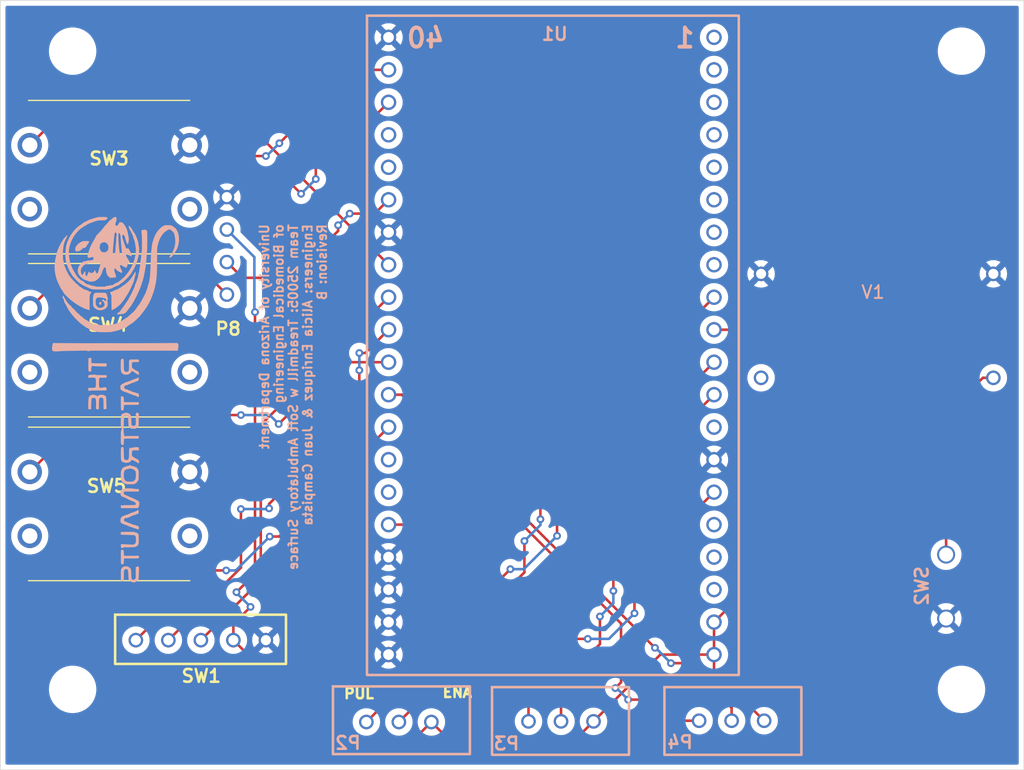
<source format=kicad_pcb>
(kicad_pcb (version 20240108) (generator "pcbnew") (generator_version "8.0")
  (layers (0 "F.Cu" signal "TOP") (31 "B.Cu" signal "BOTTOM") (34 "B.Paste" user) (35 "F.Paste" user) (36 "B.SilkS" user "B.Silkscreen") (37 "F.SilkS" user "F.Silkscreen") (38 "B.Mask" user) (39 "F.Mask" user) (44 "Edge.Cuts" user))
  (net 0 "")
  (net 1 "DIRM1")
  (net 2 "PULM1")
  (net 3 "PULM2")
  (net 4 "DIRM2")
  (net 5 "DIRM3")
  (net 6 "PULM3")
  (net 7 "5V_LCD")
  (net 8 "GND")
  (net 9 "SDA")
  (net 10 "SDL")
  (net 11 "ROT_SW")
  (net 12 "ROT_CLK")
  (net 13 "ROT_DT")
  (net 14 "ER_SW")
  (net 15 "Net-(U1-IO19)")
  (net 30 "3.3V_ERLED")
  (net 31 "HAR_UP_SW")
  (net 32 "HAR_DOWN_SW")
  (net 34 "+24V")
  (footprint "25005 Footprints:3PIN_F_CONN_MOTORS" (layer "F.Cu") (at 160.04 137.65)
    (property "Reference" "P4" (at -4.03 1.69 0) (layer "B.SilkS") (effects (font (thickness 0.2) (bold yes)) (justify mirror)))
    (property "Value" "~" (hide yes))
    (pad "1" thru_hole circle (at -2.54 0) (size 1.14 1.14) (drill 0.79) (layers "*.Cu" "*.Mask") (net 6 "PULM3"))
    (pad "2" thru_hole circle (at 0 0) (size 1.14 1.14) (drill 0.79) (layers "*.Cu" "*.Mask") (net 5 "DIRM3"))
    (pad "4" thru_hole circle (at 2.54 0) (size 1.14 1.14) (drill 0.79) (layers "*.Cu" "*.Mask") (net 7 "5V_LCD"))
  )
  (footprint "25005 Footprints:SPST_SW" (layer "F.Cu") (at 111.2 106.5)
    (property "Reference" "SW4" (at 0.1 0.2 0) (layer "F.SilkS") (effects (font (thickness 0.2) (bold yes))))
    (property "Value" "SW_SPST" (hide yes))
    (pad "1" thru_hole circle (at -6 -1.1) (size 1.9 1.9) (drill 1.2) (layers "*.Cu" "*.Mask") (net 31 "HAR_UP_SW"))
    (pad "2" thru_hole circle (at 6.5 -1.1) (size 1.9 1.9) (drill 1.2) (layers "*.Cu" "*.Mask") (net 8 "GND"))
    (pad "3" thru_hole circle (at -6 3.9) (size 1.9 1.9) (drill 1.2) (layers "*.Cu" "*.Mask"))
    (pad "4" thru_hole circle (at 6.5 3.9) (size 1.9 1.9) (drill 1.2) (layers "*.Cu" "*.Mask"))
  )
  (footprint "25005 Footprints:3PIN_F_CONN_MOTORS" (layer "F.Cu") (at 134.04 137.75)
    (property "Reference" "P2" (at -3.98 1.64 0) (layer "B.SilkS") (effects (font (thickness 0.2) (bold yes)) (justify mirror)))
    (property "Value" "~" (hide yes))
    (pad "1" thru_hole circle (at -2.54 0) (size 1.14 1.14) (drill 0.79) (layers "*.Cu" "*.Mask") (net 2 "PULM1"))
    (pad "2" thru_hole circle (at 0 0) (size 1.14 1.14) (drill 0.79) (layers "*.Cu" "*.Mask") (net 1 "DIRM1"))
    (pad "4" thru_hole circle (at 2.54 0) (size 1.14 1.14) (drill 0.79) (layers "*.Cu" "*.Mask") (net 7 "5V_LCD"))
  )
  (footprint "25005 Footprints:logo" (layer "F.Cu") (at 110.65 127.75)
    (property "Reference" "G***" (hide yes))
    (property "Value" "LOGO" (hide yes))
  )
  (footprint "MountingHole:MountingHole_3.2mm_M3" (layer "F.Cu") (at 178 135.2)
    (property "Reference" "REF**" (hide yes))
    (property "Value" "MountingHole_3.2mm_M3" (hide yes))
    (pad "" np_thru_hole circle (at 0 0) (size 3.2 3.2) (drill 3.2) (layers "*.Cu" "*.Mask"))
  )
  (footprint "MountingHole:MountingHole_3.2mm_M3" (layer "F.Cu") (at 108.55 85.3)
    (property "Reference" "REF**" (hide yes))
    (property "Value" "MountingHole_3.2mm_M3" (hide yes))
    (pad "" np_thru_hole circle (at 0 0) (size 3.2 3.2) (drill 3.2) (layers "*.Cu" "*.Mask"))
  )
  (footprint "25005 Footprints:logo" (layer "F.Cu") (at 131.6 134.38)
    (property "Reference" "G***" (hide yes))
    (property "Value" "LOGO" (hide yes))
  )
  (footprint "25005 Footprints:3PIN_F_CONN_MOTORS" (layer "F.Cu") (at 146.71 137.7)
    (property "Reference" "P3" (at -4.26 1.74 0) (layer "B.SilkS") (effects (font (thickness 0.2) (bold yes)) (justify mirror)))
    (property "Value" "~" (hide yes))
    (pad "1" thru_hole circle (at -2.54 0) (size 1.14 1.14) (drill 0.79) (layers "*.Cu" "*.Mask") (net 3 "PULM2"))
    (pad "2" thru_hole circle (at 0 0) (size 1.14 1.14) (drill 0.79) (layers "*.Cu" "*.Mask") (net 4 "DIRM2"))
    (pad "4" thru_hole circle (at 2.54 0) (size 1.14 1.14) (drill 0.79) (layers "*.Cu" "*.Mask") (net 7 "5V_LCD"))
  )
  (footprint "25005 Footprints:ER_BUTTON" (layer "F.Cu") (at 176.8 127.16 -90)
    (property "Reference" "SW2" (at -0.05 1.9 90) (layer "B.SilkS") (effects (font (thickness 0.2) (bold yes)) (justify mirror)))
    (property "Value" "ER_SWPUSH_SPST" (hide yes))
    (pad "1" thru_hole circle (at -2.5 0 90) (size 1.4 1.4) (drill 1.1) (layers "*.Cu" "*.Mask") (net 14 "ER_SW"))
    (pad "2" thru_hole circle (at 2.5 0 90) (size 1.4 1.4) (drill 1.1) (layers "*.Cu" "*.Mask") (net 8 "GND"))
  )
  (footprint "MountingHole:MountingHole_3.2mm_M3" (layer "F.Cu") (at 178 85.3)
    (property "Reference" "REF**" (hide yes))
    (property "Value" "MountingHole_3.2mm_M3" (hide yes))
    (pad "" np_thru_hole circle (at 0 0) (size 3.2 3.2) (drill 3.2) (layers "*.Cu" "*.Mask"))
  )
  (footprint "25005 Footprints:logo" (layer "F.Cu") (at 105.3 130.4)
    (property "Reference" "G***" (hide yes))
    (property "Value" "LOGO" (hide yes))
  )
  (footprint "25005 Footprints:SPST_SW" (layer "F.Cu") (at 111.2 119.3)
    (property "Reference" "SW5" (hide yes))
    (property "Value" "SW_SPST" (hide yes))
    (pad "1" thru_hole circle (at -6 -1.1) (size 1.9 1.9) (drill 1.2) (layers "*.Cu" "*.Mask") (net 32 "HAR_DOWN_SW"))
    (pad "2" thru_hole circle (at 6.5 -1.1) (size 1.9 1.9) (drill 1.2) (layers "*.Cu" "*.Mask" "B.Paste") (net 8 "GND"))
    (pad "3" thru_hole circle (at -6 3.9) (size 1.9 1.9) (drill 1.2) (layers "*.Cu" "*.Mask"))
    (pad "4" thru_hole circle (at 6.5 3.9) (size 1.9 1.9) (drill 1.2) (layers "*.Cu" "*.Mask"))
  )
  (footprint "25005 Footprints:5PIN_F_CONN" (layer "F.Cu") (at 118.59 131.35)
    (property "Reference" "SW1" (at 0.01 2.8 0) (layer "F.SilkS") (effects (font (thickness 0.2) (bold yes))))
    (property "Value" "ROTARY_ENCODER" (hide yes))
    (pad "1" thru_hole circle (at -5.1 0) (size 1.14 1.14) (drill 0.79) (layers "*.Cu" "*.Mask") (net 12 "ROT_CLK"))
    (pad "2" thru_hole circle (at -2.56 0) (size 1.14 1.14) (drill 0.79) (layers "*.Cu" "*.Mask") (net 13 "ROT_DT"))
    (pad "3" thru_hole circle (at -0.02 0) (size 1.14 1.14) (drill 0.79) (layers "*.Cu" "*.Mask") (net 11 "ROT_SW"))
    (pad "4" thru_hole circle (at 2.52 0) (size 1.14 1.14) (drill 0.79) (layers "*.Cu" "*.Mask") (net 7 "5V_LCD"))
    (pad "5" thru_hole circle (at 5.06 0) (size 1.14 1.14) (drill 0.79) (layers "*.Cu" "*.Mask") (net 8 "GND"))
  )
  (footprint "25005 Footprints:SPST_SW" (layer "F.Cu") (at 111.2 93.75)
    (property "Reference" "SW3" (at 0.2 -0.05 0) (layer "F.SilkS") (effects (font (thickness 0.2) (bold yes))))
    (property "Value" "SW_SPST" (hide yes))
    (pad "1" thru_hole circle (at -6 -1.1) (size 1.9 1.9) (drill 1.2) (layers "*.Cu" "*.Mask") (net 15 "Net-(U1-IO19)"))
    (pad "2" thru_hole circle (at 6.5 -1.1) (size 1.9 1.9) (drill 1.2) (layers "*.Cu" "*.Mask") (net 8 "GND"))
    (pad "3" thru_hole circle (at -6 3.9) (size 1.9 1.9) (drill 1.2) (layers "*.Cu" "*.Mask"))
    (pad "4" thru_hole circle (at 6.5 3.9) (size 1.9 1.9) (drill 1.2) (layers "*.Cu" "*.Mask"))
  )
  (footprint "25005 Footprints:logo" (layer "F.Cu") (at 113.3 127.85)
    (property "Reference" "G***" (hide yes))
    (property "Value" "LOGO" (hide yes))
  )
  (footprint "25005 Footprints:logo" (layer "F.Cu") (at 107.35 128.8)
    (property "Reference" "G***" (hide yes))
    (property "Value" "LOGO" (hide yes))
  )
  (footprint "25005 Footprints:BUCK_CONV" (layer "F.Cu") (at 171.09 106.74)
    (property "Reference" "V1" (at 0 -2.6 0) (layer "B.SilkS"))
    (property "Value" "~")
    (pad "1" thru_hole circle (at -8.748 -4.028 90) (size 1.14 1.14) (drill 0.79) (layers "*.Cu" "*.Mask") (net 8 "GND"))
    (pad "2" thru_hole circle (at -8.748 4.1 90) (size 1.14 1.14) (drill 0.79) (layers "*.Cu" "*.Mask") (net 34 "+24V"))
    (pad "3" thru_hole circle (at 9.4 -4.028 90) (size 1.14 1.14) (drill 0.79) (layers "*.Cu" "*.Mask") (net 8 "GND"))
    (pad "4" thru_hole circle (at 9.4 4.1 90) (size 1.14 1.14) (drill 0.79) (layers "*.Cu" "*.Mask") (net 7 "5V_LCD"))
  )
  (footprint "MountingHole:MountingHole_3.2mm_M3" (layer "F.Cu") (at 108.55 135.2)
    (property "Reference" "REF**" (hide yes))
    (property "Value" "MountingHole_3.2mm_M3" (hide yes))
    (pad "" np_thru_hole circle (at 0 0) (size 3.2 3.2) (drill 3.2) (layers "*.Cu" "*.Mask"))
  )
  (footprint "25005 Footprints:4PIN_F_CONN_LCD" (layer "F.Cu") (at 120.6 100.65 -90)
    (property "Reference" "P8" (hide yes))
    (property "Value" "~" (hide yes))
    (fp_text user "${REFERENCE}" (at 6.36 -0.1 0) (layer "F.SilkS") (effects (font (thickness 0.2) (bold yes))))
    (pad "1" thru_hole circle (at -3.94 0 270) (size 1.14 1.14) (drill 0.79) (layers "*.Cu" "*.Mask") (net 8 "GND"))
    (pad "2" thru_hole circle (at -1.4 0 270) (size 1.14 1.14) (drill 0.79) (layers "*.Cu" "*.Mask") (net 7 "5V_LCD"))
    (pad "3" thru_hole circle (at 1.14 0 270) (size 1.14 1.14) (drill 0.79) (layers "*.Cu" "*.Mask") (net 9 "SDA"))
    (pad "4" thru_hole circle (at 3.68 0 270) (size 1.14 1.14) (drill 0.79) (layers "*.Cu" "*.Mask") (net 10 "SDL"))
  )
  (footprint "25005 Footprints:logo" (layer "F.Cu") (at 112.169862 112.997757 90)
    (property "Reference" "G***" (hide yes))
    (property "Value" "LOGO" (hide yes))
  )
  (footprint "25005 Footprints:ESP32_WROOM_32E" (layer "B.Cu") (at 145.735 114.01 180)
    (property "Reference" "U1" (at -0.48 30.05 0) (layer "B.SilkS") (effects (font (thickness 0.2) (bold yes)) (justify mirror)))
    (property "Value" "~")
    (pad "1" thru_hole circle (at -12.93 29.79 180) (size 1.2 1.2) (drill 0.84) (layers "*.Cu" "*.Mask"))
    (pad "2" thru_hole circle (at -12.93 27.25 180) (size 1.2 1.2) (drill 0.84) (layers "*.Cu" "*.Mask"))
    (pad "3" thru_hole circle (at -12.93 24.71 180) (size 1.2 1.2) (drill 0.84) (layers "*.Cu" "*.Mask"))
    (pad "4" thru_hole circle (at -12.93 22.17 180) (size 1.2 1.2) (drill 0.84) (layers "*.Cu" "*.Mask"))
    (pad "5" thru_hole circle (at -12.93 19.63 180) (size 1.2 1.2) (drill 0.84) (layers "*.Cu" "*.Mask"))
    (pad "6" thru_hole circle (at -12.93 17.09 180) (size 1.2 1.2) (drill 0.84) (layers "*.Cu" "*.Mask"))
    (pad "7" thru_hole circle (at -12.93 14.55 180) (size 1.2 1.2) (drill 0.84) (layers "*.Cu" "*.Mask"))
    (pad "8" thru_hole circle (at -12.93 12.01 180) (size 1.2 1.2) (drill 0.84) (layers "*.Cu" "*.Mask"))
    (pad "9" thru_hole circle (at -12.93 9.47 180) (size 1.2 1.2) (drill 0.84) (layers "*.Cu" "*.Mask") (net 1 "DIRM1"))
    (pad "10" thru_hole circle (at -12.93 6.93 180) (size 1.2 1.2) (drill 0.84) (layers "*.Cu" "*.Mask") (net 14 "ER_SW"))
    (pad "11" thru_hole circle (at -12.93 4.39 180) (size 1.2 1.2) (drill 0.84) (layers "*.Cu" "*.Mask") (net 2 "PULM1"))
    (pad "12" thru_hole circle (at -12.93 1.85 180) (size 1.2 1.2) (drill 0.84) (layers "*.Cu" "*.Mask") (net 4 "DIRM2"))
    (pad "13" thru_hole circle (at -12.93 -0.69 180) (size 1.2 1.2) (drill 0.84) (layers "*.Cu" "*.Mask"))
    (pad "14" thru_hole circle (at -12.93 -3.23 180) (size 1.2 1.2) (drill 0.84) (layers "*.Cu" "*.Mask") (net 8 "GND"))
    (pad "15" thru_hole circle (at -12.93 -5.77 180) (size 1.2 1.2) (drill 0.84) (layers "*.Cu" "*.Mask") (net 3 "PULM2"))
    (pad "16" thru_hole circle (at -12.93 -8.31 180) (size 1.2 1.2) (drill 0.84) (layers "*.Cu" "*.Mask"))
    (pad "17" thru_hole circle (at -12.93 -10.85 180) (size 1.2 1.2) (drill 0.84) (layers "*.Cu" "*.Mask") (net 30 "3.3V_ERLED"))
    (pad "18" thru_hole circle (at -12.93 -13.39 180) (size 1.2 1.2) (drill 0.84) (layers "*.Cu" "*.Mask"))
    (pad "19" thru_hole circle (at -12.93 -15.93 180) (size 1.2 1.2) (drill 0.84) (layers "*.Cu" "*.Mask") (net 7 "5V_LCD"))
    (pad "20" thru_hole circle (at -12.93 -18.47 180) (size 1.2 1.2) (drill 0.84) (layers "*.Cu" "*.Mask") (net 7 "5V_LCD"))
    (pad "21" thru_hole circle (at 12.5 -18.47 180) (size 1.2 1.2) (drill 0.84) (layers "*.Cu" "*.Mask") (net 8 "GND"))
    (pad "22" thru_hole circle (at 12.5 -15.93 180) (size 1.2 1.2) (drill 0.84) (layers "*.Cu" "*.Mask") (net 8 "GND"))
    (pad "23" thru_hole circle (at 12.5 -13.39 180) (size 1.2 1.2) (drill 0.84) (layers "*.Cu" "*.Mask") (net 8 "GND"))
    (pad "24" thru_hole circle (at 12.5 -10.85 180) (size 1.2 1.2) (drill 0.84) (layers "*.Cu" "*.Mask") (net 8 "GND"))
    (pad "25" thru_hole circle (at 12.5 -8.31 180) (size 1.2 1.2) (drill 0.84) (layers "*.Cu" "*.Mask") (net 6 "PULM3"))
    (pad "26" thru_hole circle (at 12.5 -5.77 180) (size 1.2 1.2) (drill 0.84) (layers "*.Cu" "*.Mask"))
    (pad "27" thru_hole circle (at 12.5 -3.23 180) (size 1.2 1.2) (drill 0.84) (layers "*.Cu" "*.Mask"))
    (pad "28" thru_hole circle (at 12.5 -0.69 180) (size 1.2 1.2) (drill 0.84) (layers "*.Cu" "*.Mask") (net 12 "ROT_CLK"))
    (pad "29" thru_hole circle (at 12.5 1.85 180) (size 1.2 1.2) (drill 0.84) (layers "*.Cu" "*.Mask") (net 5 "DIRM3"))
    (pad "30" thru_hole circle (at 12.5 4.39 180) (size 1.2 1.2) (drill 0.84) (layers "*.Cu" "*.Mask") (net 32 "HAR_DOWN_SW"))
    (pad "31" thru_hole circle (at 12.5 6.93 180) (size 1.2 1.2) (drill 0.84) (layers "*.Cu" "*.Mask") (net 13 "ROT_DT"))
    (pad "32" thru_hole circle (at 12.5 9.47 180) (size 1.2 1.2) (drill 0.84) (layers "*.Cu" "*.Mask") (net 11 "ROT_SW"))
    (pad "33" thru_hole circle (at 12.5 12.01 180) (size 1.2 1.2) (drill 0.84) (layers "*.Cu" "*.Mask") (net 15 "Net-(U1-IO19)"))
    (pad "34" thru_hole circle (at 12.5 14.55 180) (size 1.2 1.2) (drill 0.84) (layers "*.Cu" "*.Mask") (net 8 "GND"))
    (pad "35" thru_hole circle (at 12.5 17.09 180) (size 1.2 1.2) (drill 0.84) (layers "*.Cu" "*.Mask") (net 9 "SDA"))
    (pad "36" thru_hole circle (at 12.5 19.63 180) (size 1.2 1.2) (drill 0.84) (layers "*.Cu" "*.Mask"))
    (pad "37" thru_hole circle (at 12.5 22.17 180) (size 1.2 1.2) (drill 0.84) (layers "*.Cu" "*.Mask"))
    (pad "38" thru_hole circle (at 12.5 24.71 180) (size 1.2 1.2) (drill 0.84) (layers "*.Cu" "*.Mask") (net 10 "SDL"))
    (pad "39" thru_hole circle (at 12.5 27.25 180) (size 1.2 1.2) (drill 0.84) (layers "*.Cu" "*.Mask") (net 31 "HAR_UP_SW"))
    (pad "40" thru_hole circle (at 12.5 29.79 180) (size 1.2 1.2) (drill 0.84) (layers "*.Cu" "*.Mask") (net 8 "GND"))
  )
  (gr_rect (start 141.32 135.025) (end 152.02 140.315) (stroke (width 0.2)) (fill none) (layer "B.SilkS"))
  (gr_rect (start 154.79 135.025) (end 165.49 140.315) (stroke (width 0.2)) (fill none) (layer "B.SilkS"))
  (gr_rect (start 131.55 82.525) (end 160.6 134.075) (stroke (width 0.2)) (fill none) (layer "B.SilkS"))
  (gr_rect (start 128.89 134.97) (end 139.59 140.26) (stroke (width 0.2)) (fill none) (layer "B.SilkS"))
  (gr_rect (start 111.87 129.36) (end 125.22 133.21) (stroke (width 0.2)) (fill none) (layer "F.SilkS"))
  (gr_rect (start 102.9 81.35) (end 182.874 141.49) (stroke (width 0.05)) (fill none) (layer "Edge.Cuts"))
  (gr_text "40" (at 137.75 85.15 0) (layer "B.SilkS") (effects (font (size 1.5 1.5) (thickness 0.3) (bold yes)) (justify left bottom mirror)))
  (gr_text "University of Arizona Department \nof Biomedical Engineering\nTeam 25005: Treadmill w Soft Ambulatory Surface\nEngineers: Alicia Enriquez & Juan Campista\nRevision: B" (at 128.45 98.75 90) (layer "B.SilkS") (effects (font (size 0.7 0.7) (thickness 0.15) (bold yes)) (justify left bottom mirror)))
  (gr_text "1" (at 157.3 85.15 0) (layer "B.SilkS") (effects (font (size 1.5 1.5) (thickness 0.3) (bold yes)) (justify left bottom mirror)))
  (gr_text "ENA" (at 137.35 135.9 0) (layer "F.SilkS") (effects (font (size 0.8 0.8) (thickness 0.2) (bold yes)) (justify left bottom)))
  (gr_text "SW5\n" (at 111.2 119.3 0) (layer "F.SilkS") (effects (font (size 1 1) (thickness 0.2) (bold yes))))
  (gr_text "PUL" (at 129.65 136 0) (layer "F.SilkS") (effects (font (size 0.8 0.8) (thickness 0.2) (bold yes)) (justify left bottom)))
  (segment (start 136.17 133.73) (end 143.85 126.05) (width 0.2) (layer "F.Cu") (net 1))
  (segment (start 143.85 126.05) (end 143.85 123.6) (width 0.2) (layer "F.Cu") (net 1))
  (segment (start 158.665 104.54) (end 145.1 118.105) (width 0.2) (layer "F.Cu") (net 1))
  (segment (start 145.1 118.105) (end 145.1 121.9) (width 0.2) (layer "F.Cu") (net 1))
  (segment (start 136.17 135.62) (end 134.04 137.75) (width 0.2) (layer "F.Cu") (net 1))
  (segment (start 136.17 135.62) (end 136.17 133.73) (width 0.2) (layer "F.Cu") (net 1))
  (via (at 145.1 121.9) (size 0.6) (drill 0.3) (layers "F.Cu" "B.Cu") (net 1))
  (via (at 143.85 123.6) (size 0.6) (drill 0.3) (layers "F.Cu" "B.Cu") (net 1))
  (segment (start 145.1 122.35) (end 143.85 123.6) (width 0.2) (layer "B.Cu") (net 1))
  (segment (start 145.1 121.9) (end 145.1 122.35) (width 0.2) (layer "B.Cu") (net 1))
  (segment (start 146.4 121.885) (end 146.4 123.2) (width 0.2) (layer "F.Cu") (net 2))
  (segment (start 133.625 135.625) (end 131.5 137.75) (width 0.2) (layer "F.Cu") (net 2))
  (segment (start 133.625 134.925) (end 142.75 125.8) (width 0.2) (layer "F.Cu") (net 2))
  (segment (start 158.665 109.62) (end 146.4 121.885) (width 0.2) (layer "F.Cu") (net 2))
  (segment (start 133.625 135.625) (end 133.625 134.925) (width 0.2) (layer "F.Cu") (net 2))
  (via (at 146.4 123.2) (size 0.6) (drill 0.3) (layers "F.Cu" "B.Cu") (net 2))
  (via (at 142.75 125.8) (size 0.6) (drill 0.3) (layers "F.Cu" "B.Cu") (net 2))
  (segment (start 146.4 123.2) (end 143.8 125.8) (width 0.2) (layer "B.Cu") (net 2))
  (segment (start 143.8 125.8) (end 142.75 125.8) (width 0.2) (layer "B.Cu") (net 2))
  (segment (start 148.8 131.25) (end 147.3 131.25) (width 0.2) (layer "F.Cu") (net 3))
  (segment (start 158.665 119.78) (end 152.45 125.995) (width 0.2) (layer "F.Cu") (net 3))
  (segment (start 147.3 131.25) (end 144.17 134.38) (width 0.2) (layer "F.Cu") (net 3))
  (segment (start 152.45 125.995) (end 152.45 129.25) (width 0.2) (layer "F.Cu") (net 3))
  (segment (start 144.17 134.38) (end 144.17 137.7) (width 0.2) (layer "F.Cu") (net 3))
  (via (at 152.45 129.25) (size 0.6) (drill 0.3) (layers "F.Cu" "B.Cu") (net 3))
  (via (at 148.8 131.25) (size 0.6) (drill 0.3) (layers "F.Cu" "B.Cu") (net 3))
  (segment (start 152.45 129.25) (end 150.45 131.25) (width 0.2) (layer "B.Cu") (net 3))
  (segment (start 150.45 131.25) (end 148.8 131.25) (width 0.2) (layer "B.Cu") (net 3))
  (segment (start 149.75 131.66) (end 146.71 134.7) (width 0.2) (layer "F.Cu") (net 4))
  (segment (start 146.71 134.7) (end 146.71 137.7) (width 0.2) (layer "F.Cu") (net 4))
  (segment (start 150.8 127.5) (end 150.8 120.025) (width 0.2) (layer "F.Cu") (net 4))
  (segment (start 150.8 120.025) (end 158.665 112.16) (width 0.2) (layer "F.Cu") (net 4))
  (segment (start 149.75 129.5) (end 149.75 131.66) (width 0.2) (layer "F.Cu") (net 4))
  (via (at 150.8 127.5) (size 0.6) (drill 0.3) (layers "F.Cu" "B.Cu") (net 4))
  (via (at 149.75 129.5) (size 0.6) (drill 0.3) (layers "F.Cu" "B.Cu") (net 4))
  (segment (start 150.8 127.5) (end 150.8 128.45) (width 0.2) (layer "B.Cu") (net 4))
  (segment (start 150.8 128.45) (end 149.75 129.5) (width 0.2) (layer "B.Cu") (net 4))
  (segment (start 155.3 133.15) (end 156.55 133.15) (width 0.2) (layer "F.Cu") (net 5))
  (segment (start 160.04 136.64) (end 160.04 137.65) (width 0.2) (layer "F.Cu") (net 5))
  (segment (start 134.26 112.16) (end 154.05 131.95) (width 0.2) (layer "F.Cu") (net 5))
  (segment (start 156.55 133.15) (end 160.04 136.64) (width 0.2) (layer "F.Cu") (net 5))
  (segment (start 133.235 112.16) (end 134.26 112.16) (width 0.2) (layer "F.Cu") (net 5))
  (via (at 154.05 131.95) (size 0.6) (drill 0.3) (layers "F.Cu" "B.Cu") (net 5))
  (via (at 155.3 133.15) (size 0.6) (drill 0.3) (layers "F.Cu" "B.Cu") (net 5))
  (segment (start 154.1 131.95) (end 155.3 133.15) (width 0.2) (layer "B.Cu") (net 5))
  (segment (start 154.05 131.95) (end 154.1 131.95) (width 0.2) (layer "B.Cu") (net 5))
  (segment (start 143.67 122.32) (end 133.235 122.32) (width 0.2) (layer "F.Cu") (net 6))
  (segment (start 150.95 135.1) (end 151.4 134.65) (width 0.2) (layer "F.Cu") (net 6))
  (segment (start 151.95 136) (end 154.3 136) (width 0.2) (layer "F.Cu") (net 6))
  (segment (start 151.4 134.65) (end 151.4 130.05) (width 0.2) (layer "F.Cu") (net 6))
  (segment (start 151.4 130.05) (end 143.67 122.32) (width 0.2) (layer "F.Cu") (net 6))
  (segment (start 154.3 136) (end 155.95 137.65) (width 0.2) (layer "F.Cu") (net 6))
  (segment (start 155.95 137.65) (end 157.5 137.65) (width 0.2) (layer "F.Cu") (net 6))
  (via (at 151.95 136) (size 0.6) (drill 0.3) (layers "F.Cu" "B.Cu") (net 6))
  (via (at 150.95 135.1) (size 0.6) (drill 0.3) (layers "F.Cu" "B.Cu") (net 6))
  (segment (start 150.95 135.1) (end 151.05 135.1) (width 0.2) (layer "B.Cu") (net 6))
  (segment (start 151.05 135.1) (end 151.95 136) (width 0.2) (layer "B.Cu") (net 6))
  (segment (start 158.665 129.94) (end 158.665 132.48) (width 0.2) (layer "F.Cu") (net 7))
  (segment (start 121.11 131.35) (end 121.11 130.09) (width 0.2) (layer "F.Cu") (net 7))
  (segment (start 158.665 132.48) (end 158.665 133.735) (width 0.2) (layer "F.Cu") (net 7))
  (segment (start 134.99 139.34) (end 136.58 137.75) (width 0.2) (layer "F.Cu") (net 7))
  (segment (start 121.11 130.09) (end 122.45 128.75) (width 0.2) (layer "F.Cu") (net 7))
  (segment (start 180.49 110.84) (end 179.67 110.84) (width 0.2) (layer "F.Cu") (net 7))
  (segment (start 154.47 132.48) (end 149.25 137.7) (width 0.2) (layer "F.Cu") (net 7))
  (segment (start 122.8 126.15) (end 121.35 127.6) (width 0.2) (layer "F.Cu") (net 7))
  (segment (start 129.1 139.34) (end 134.99 139.34) (width 0.2) (layer "F.Cu") (net 7))
  (segment (start 121.11 131.35) (end 129.1 139.34) (width 0.2) (layer "F.Cu") (net 7))
  (segment (start 175.686 114.824) (end 173.781 114.824) (width 0.2) (layer "F.Cu") (net 7))
  (segment (start 147.54 139.41) (end 149.25 137.7) (width 0.2) (layer "F.Cu") (net 7))
  (segment (start 138.24 139.41) (end 147.54 139.41) (width 0.2) (layer "F.Cu") (net 7))
  (segment (start 158.665 132.48) (end 154.47 132.48) (width 0.2) (layer "F.Cu") (net 7))
  (segment (start 173.781 114.824) (end 158.665 129.94) (width 0.2) (layer "F.Cu") (net 7))
  (segment (start 179.67 110.84) (end 175.686 114.824) (width 0.2) (layer "F.Cu") (net 7))
  (segment (start 136.58 137.75) (end 138.24 139.41) (width 0.2) (layer "F.Cu") (net 7))
  (segment (start 122.8 105.7) (end 122.8 126.15) (width 0.2) (layer "F.Cu") (net 7))
  (segment (start 158.665 133.735) (end 162.58 137.65) (width 0.2) (layer "F.Cu") (net 7))
  (via (at 122.45 128.75) (size 0.6) (drill 0.3) (layers "F.Cu" "B.Cu") (net 7))
  (via (at 121.35 127.6) (size 0.6) (drill 0.3) (layers "F.Cu" "B.Cu") (net 7))
  (via (at 122.8 105.7) (size 0.6) (drill 0.3) (layers "F.Cu" "B.Cu") (net 7))
  (segment (start 122.75 101.4) (end 122.75 105.65) (width 0.2) (layer "B.Cu") (net 7))
  (segment (start 121.35 127.65) (end 122.45 128.75) (width 0.2) (layer "B.Cu") (net 7))
  (segment (start 122.75 105.65) (end 122.8 105.7) (width 0.2) (layer "B.Cu") (net 7))
  (segment (start 120.6 99.25) (end 122.75 101.4) (width 0.2) (layer "B.Cu") (net 7))
  (segment (start 121.35 127.6) (end 121.35 127.65) (width 0.2) (layer "B.Cu") (net 7))
  (segment (start 130.2 98) (end 132.155 98) (width 0.2) (layer "F.Cu") (net 9))
  (segment (start 120.6 101.79) (end 121.83 103.02) (width 0.2) (layer "F.Cu") (net 9))
  (segment (start 132.155 98) (end 133.235 96.92) (width 0.2) (layer "F.Cu") (net 9))
  (segment (start 125.63 103.02) (end 129.293235 99.356765) (width 0.2) (layer "F.Cu") (net 9))
  (segment (start 129.293235 99.356765) (end 129.293235 98.906765) (width 0.2) (layer "F.Cu") (net 9))
  (segment (start 121.83 103.02) (end 125.63 103.02) (width 0.2) (layer "F.Cu") (net 9))
  (via (at 129.293235 98.906765) (size 0.6) (drill 0.3) (layers "F.Cu" "B.Cu") (net 9))
  (via (at 130.2 98) (size 0.6) (drill 0.3) (layers "F.Cu" "B.Cu") (net 9))
  (segment (start 129.293235 98.906765) (end 130.2 98) (width 0.2) (layer "B.Cu") (net 9))
  (segment (start 129.085 93.45) (end 133.235 89.3) (width 0.2) (layer "F.Cu") (net 10))
  (segment (start 127.55 94.47) (end 128.57 93.45) (width 0.2) (layer "F.Cu") (net 10))
  (segment (start 127.55 95.3) (end 127.55 94.47) (width 0.2) (layer "F.Cu") (net 10))
  (segment (start 119.9 95.1) (end 119.35 95.65) (width 0.2) (layer "F.Cu") (net 10))
  (segment (start 128.57 93.45) (end 129.085 93.45) (width 0.2) (layer "F.Cu") (net 10))
  (segment (start 126.4 96.45) (end 125.05 95.1) (width 0.2) (layer "F.Cu") (net 10))
  (segment (start 125.05 95.1) (end 119.9 95.1) (width 0.2) (layer "F.Cu") (net 10))
  (segment (start 119.35 103.08) (end 120.6 104.33) (width 0.2) (layer "F.Cu") (net 10))
  (segment (start 119.35 95.65) (end 119.35 103.08) (width 0.2) (layer "F.Cu") (net 10))
  (via (at 126.4 96.45) (size 0.6) (drill 0.3) (layers "F.Cu" "B.Cu") (net 10))
  (via (at 127.55 95.3) (size 0.6) (drill 0.3) (layers "F.Cu" "B.Cu") (net 10))
  (segment (start 126.4 96.45) (end 127.55 95.3) (width 0.2) (layer "B.Cu") (net 10))
  (segment (start 118.57 131.35) (end 123.25 126.67) (width 0.2) (layer "F.Cu") (net 11))
  (segment (start 123.25 126.67) (end 123.25 114.525) (width 0.2) (layer "F.Cu") (net 11))
  (segment (start 123.25 114.525) (end 133.235 104.54) (width 0.2) (layer "F.Cu") (net 11))
  (segment (start 120.55 125.9) (end 118.94 125.9) (width 0.2) (layer "F.Cu") (net 12))
  (segment (start 124.685 123.25) (end 133.235 114.7) (width 0.2) (layer "F.Cu") (net 12))
  (segment (start 123.95 123.25) (end 124.685 123.25) (width 0.2) (layer "F.Cu") (net 12))
  (segment (start 118.94 125.9) (end 113.49 131.35) (width 0.2) (layer "F.Cu") (net 12))
  (via (at 120.55 125.9) (size 0.6) (drill 0.3) (layers "F.Cu" "B.Cu") (net 12))
  (via (at 123.95 123.25) (size 0.6) (drill 0.3) (layers "F.Cu" "B.Cu") (net 12))
  (segment (start 120.55 125.9) (end 121.3 125.9) (width 0.2) (layer "B.Cu") (net 12))
  (segment (start 121.3 125.9) (end 123.95 123.25) (width 0.2) (layer "B.Cu") (net 12))
  (segment (start 130.95 113.65) (end 130.95 110.25) (width 0.2) (layer "F.Cu") (net 13))
  (segment (start 123.9 121.05) (end 123.9 120.7) (width 0.2) (layer "F.Cu") (net 13))
  (segment (start 123.9 120.7) (end 130.95 113.65) (width 0.2) (layer "F.Cu") (net 13))
  (segment (start 131.415 108.9) (end 130.95 108.9) (width 0.2) (layer "F.Cu") (net 13))
  (segment (start 133.235 107.08) (end 131.415 108.9) (width 0.2) (layer "F.Cu") (net 13))
  (segment (start 121.7 121.1) (end 121.7 125.68) (width 0.2) (layer "F.Cu") (net 13))
  (segment (start 121.7 125.68) (end 116.03 131.35) (width 0.2) (layer "F.Cu") (net 13))
  (via (at 130.95 110.25) (size 0.6) (drill 0.3) (layers "F.Cu" "B.Cu") (net 13))
  (via (at 123.9 121.05) (size 0.6) (drill 0.3) (layers "F.Cu" "B.Cu") (net 13))
  (via (at 121.7 121.1) (size 0.6) (drill 0.3) (layers "F.Cu" "B.Cu") (net 13))
  (via (at 130.95 108.9) (size 0.6) (drill 0.3) (layers "F.Cu" "B.Cu") (net 13))
  (segment (start 130.95 108.9) (end 130.95 110.25) (width 0.2) (layer "B.Cu") (net 13))
  (segment (start 123.9 121.05) (end 123.85 121.1) (width 0.2) (layer "B.Cu") (net 13))
  (segment (start 123.85 121.1) (end 121.7 121.1) (width 0.2) (layer "B.Cu") (net 13))
  (segment (start 181.88 117.42) (end 176.8 122.5) (width 0.2) (layer "F.Cu") (net 14))
  (segment (start 179.67 107.08) (end 181.88 109.29) (width 0.2) (layer "F.Cu") (net 14))
  (segment (start 181.88 109.29) (end 181.88 117.42) (width 0.2) (layer "F.Cu") (net 14))
  (segment (start 176.8 122.5) (end 176.8 124.66) (width 0.2) (layer "F.Cu") (net 14))
  (segment (start 158.665 107.08) (end 179.67 107.08) (width 0.2) (layer "F.Cu") (net 14))
  (segment (start 105.2 92.65) (end 107.2 90.65) (width 0.2) (layer "F.Cu") (net 15))
  (segment (start 107.2 90.65) (end 121.885 90.65) (width 0.2) (layer "F.Cu") (net 15))
  (segment (start 121.885 90.65) (end 133.235 102) (width 0.2) (layer "F.Cu") (net 15))
  (segment (start 115.25 95.35) (end 105.2 105.4) (width 0.2) (layer "F.Cu") (net 31))
  (segment (start 118.1 95.35) (end 115.25 95.35) (width 0.2) (layer "F.Cu") (net 31))
  (segment (start 133.235 86.76) (end 130.44 86.76) (width 0.2) (layer "F.Cu") (net 31))
  (segment (start 119.95 93.5) (end 118.1 95.35) (width 0.2) (layer "F.Cu") (net 31))
  (segment (start 123.65 93.5) (end 119.95 93.5) (width 0.2) (layer "F.Cu") (net 31))
  (segment (start 130.44 86.76) (end 124.7 92.5) (width 0.2) (layer "F.Cu") (net 31))
  (via (at 123.65 93.5) (size 0.6) (drill 0.3) (layers "F.Cu" "B.Cu") (net 31))
  (via (at 124.7 92.5) (size 0.6) (drill 0.3) (layers "F.Cu" "B.Cu") (net 31))
  (segment (start 123.7 93.5) (end 124.7 92.5) (width 0.2) (layer "B.Cu") (net 31))
  (segment (start 123.65 93.5) (end 123.7 93.5) (width 0.2) (layer "B.Cu") (net 31))
  (segment (start 124.65 114.45) (end 129.48 109.62) (width 0.2) (layer "F.Cu") (net 32))
  (segment (start 109.65 113.75) (end 105.2 118.2) (width 0.2) (layer "F.Cu") (net 32))
  (segment (start 129.48 109.62) (end 133.235 109.62) (width 0.2) (layer "F.Cu") (net 32))
  (segment (start 121.7 113.75) (end 109.65 113.75) (width 0.2) (layer "F.Cu") (net 32))
  (via (at 121.7 113.75) (size 0.6) (drill 0.3) (layers "F.Cu" "B.Cu") (net 32))
  (via (at 124.65 114.45) (size 0.6) (drill 0.3) (layers "F.Cu" "B.Cu") (net 32))
  (segment (start 121.7 113.75) (end 123.95 113.75) (width 0.2) (layer "B.Cu") (net 32))
  (segment (start 123.95 113.75) (end 124.65 114.45) (width 0.2) (layer "B.Cu") (net 32))
  (zone (net 8) (net_name "GND") (layer "B.Cu") (connect_pads (clearance 0.5)) (min_thickness 0.25) (fill yes (thermal_gap 0.5) (thermal_bridge_width 0.5))
    (polygon (pts (xy 103.1 81.3) (xy 182.75 81.4) (xy 182.85 141.35) (xy 103.15 141.25)))
  )
)
</source>
